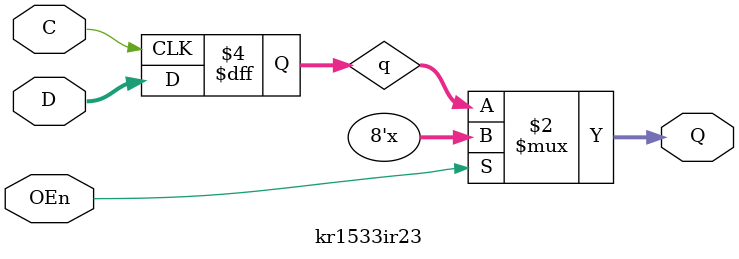
<source format=v>

`timescale 1 ns / 10 ps
module kr1533ir23 #(parameter DELAY_RISE = 1, DELAY_FALL = 1)
(
    input [7:0] D,
    output [7:0] Q,
    input C,
    input OEn
);
reg [7:0] q = 8'b0;
//always @(posedge C) q <= D;
always @(posedge C) q = D;
assign #(DELAY_RISE, DELAY_FALL) Q = (OEn)?(8'bz):(q);
endmodule
</source>
